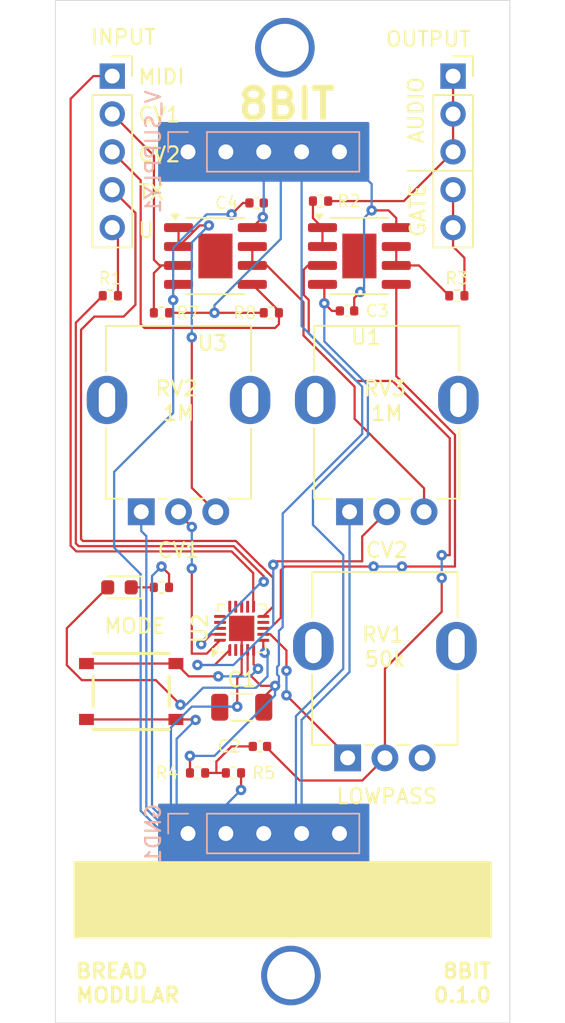
<source format=kicad_pcb>
(kicad_pcb (version 20240108) (generator "pcbnew") (generator_version "8.0")
  (layers (0 "F.Cu" signal) (31 "B.Cu" signal) (34 "B.Paste" user) (35 "F.Paste" user) (36 "B.SilkS" user "B.Silkscreen") (37 "F.SilkS" user "F.Silkscreen") (38 "B.Mask" user) (39 "F.Mask" user) (44 "Edge.Cuts" user))
  (net 0 "")
  (net 1 "GND")
  (net 2 "Net-(U1A-+)")
  (net 3 "V_MID")
  (net 4 "Net-(D1-K)")
  (net 5 "Net-(D1-A)")
  (net 6 "CV2")
  (net 7 "TX")
  (net 8 "MIDI")
  (net 9 "CV1")
  (net 10 "UDPI")
  (net 11 "GATE_OUT")
  (net 12 "V_SUPPLY")
  (net 13 "AUDIO_OUT")
  (net 14 "Net-(U2-~{RESET}{slash}PA0)")
  (net 15 "Net-(U1A--)")
  (net 16 "Net-(U1B--)")
  (net 18 "Net-(U2-PA6)")
  (net 19 "BUFF_CV1")
  (net 20 "Net-(U3A--)")
  (net 21 "Net-(U3B--)")
  (net 22 "BUFF_CV2")
  (net 23 "Net-(SW1-B)")
  (net 24 "Net-(U1B-+)")
  (footprint "Capacitor_SMD:C_1206_3216Metric" (layer "F.Cu") (at 59.485 88.05)
    (property "Reference" "C1" (at 0 -1.85 0) (layer "F.SilkS"))
    (property "Value" "100uf")
    (pad "1" smd roundrect (at -1.475 0) (size 1.15 1.8) (layers "F.Cu" "F.Paste" "F.Mask") (roundrect_rratio 0.217391) (net 1 "GND"))
    (pad "2" smd roundrect (at 1.475 0) (size 1.15 1.8) (layers "F.Cu" "F.Paste" "F.Mask") (roundrect_rratio 0.217391) (net 12 "V_SUPPLY"))
  )
  (footprint "BreadModular_Pots:Potentiometer_RV09" (layer "F.Cu") (at 69.342 67.948)
    (property "Reference" "RV3" (at -0.254 -1.27 180) (layer "F.SilkS"))
    (property "Value" "1M" (at -0.127 0.381 180) (layer "F.SilkS"))
    (pad "" thru_hole oval (at -4.927 -0.508 180) (size 2.72 3.24) (drill oval 1.1 2.3) (layers "*.Cu" "*.Mask"))
    (pad "" thru_hole oval (at 4.673 -0.508 180) (size 2.72 3.24) (drill oval 1.1 2.3) (layers "*.Cu" "*.Mask"))
    (pad "1" thru_hole rect (at -2.627 6.992 180) (size 1.8 1.8) (drill 1) (layers "*.Cu" "*.Mask") (net 1 "GND"))
    (pad "2" thru_hole circle (at -0.127 6.992 180) (size 1.8 1.8) (drill 1) (layers "*.Cu" "*.Mask") (net 22 "BUFF_CV2"))
    (pad "3" thru_hole circle (at 2.373 6.992 180) (size 1.8 1.8) (drill 1) (layers "*.Cu" "*.Mask") (net 21 "Net-(U3B--)"))
  )
  (footprint "Resistor_SMD:R_0402_1005Metric" (layer "F.Cu") (at 73.912 60.452)
    (property "Reference" "R3" (at 0 -1.17 0) (layer "F.SilkS") (effects (font (size 0.8 0.8) (thickness 0.1))))
    (property "Value" "1k")
    (pad "1" smd roundrect (at -0.51 0) (size 0.54 0.64) (layers "F.Cu" "F.Paste" "F.Mask") (net 16 "Net-(U1B--)"))
    (pad "2" smd roundrect (at 0.51 0) (size 0.54 0.64) (layers "F.Cu" "F.Paste" "F.Mask") (net 11 "GATE_OUT"))
  )
  (footprint "Resistor_SMD:R_0402_1005Metric" (layer "F.Cu") (at 50.671 60.452)
    (property "Reference" "R1" (at 0 -1.17 0) (layer "F.SilkS") (effects (font (size 0.8 0.8) (thickness 0.1))))
    (property "Value" "4.7k")
    (pad "1" smd roundrect (at -0.51 0) (size 0.54 0.64) (layers "F.Cu" "F.Paste" "F.Mask") (net 14 "Net-(U2-~{RESET}{slash}PA0)"))
    (pad "2" smd roundrect (at 0.51 0) (size 0.54 0.64) (layers "F.Cu" "F.Paste" "F.Mask") (net 10 "UDPI"))
  )
  (footprint "Capacitor_SMD:C_0402_1005Metric" (layer "F.Cu") (at 66.548 61.468 180)
    (property "Reference" "C3" (at -2.032 0 0) (layer "F.SilkS") (effects (font (size 0.8 0.8) (thickness 0.1))))
    (property "Value" "0.1uf")
    (pad "1" smd roundrect (at -0.48 0 180) (size 0.56 0.62) (layers "F.Cu" "F.Paste" "F.Mask") (net 12 "V_SUPPLY"))
    (pad "2" smd roundrect (at 0.48 0 180) (size 0.56 0.62) (layers "F.Cu" "F.Paste" "F.Mask") (net 1 "GND"))
  )
  (footprint "LED_SMD:LED_0603_1608Metric" (layer "F.Cu") (at 51.2825 80.01 180)
    (property "Reference" "D1")
    (property "Value" "LED")
    (pad "1" smd roundrect (at -0.7875 0 180) (size 0.875 0.95) (layers "F.Cu" "F.Paste" "F.Mask") (net 4 "Net-(D1-K)"))
    (pad "2" smd roundrect (at 0.7875 0 180) (size 0.875 0.95) (layers "F.Cu" "F.Paste" "F.Mask") (net 5 "Net-(D1-A)"))
  )
  (footprint "Capacitor_SMD:C_0402_1005Metric" (layer "F.Cu") (at 60.48 54.229 180)
    (property "Reference" "C4" (at 2.004 0 0) (layer "F.SilkS") (effects (font (size 0.8 0.8) (thickness 0.1))))
    (property "Value" "0.1uf")
    (pad "1" smd roundrect (at -0.48 0 180) (size 0.56 0.62) (layers "F.Cu" "F.Paste" "F.Mask") (net 12 "V_SUPPLY"))
    (pad "2" smd roundrect (at 0.48 0 180) (size 0.56 0.62) (layers "F.Cu" "F.Paste" "F.Mask") (net 1 "GND"))
  )
  (footprint "BreadModular_MISC:SPST_TS-1187A-B-A-B" (layer "F.Cu") (at 52.07 86.995 180)
    (property "Reference" "SW1")
    (property "Value" "MODE SELECT")
    (pad "1" smd rect (at -3 -1.875 180) (size 1 0.75) (layers "F.Cu" "F.Paste" "F.Mask") (net 1 "GND"))
    (pad "1" smd rect (at 3 -1.875 180) (size 1 0.75) (layers "F.Cu" "F.Paste" "F.Mask") (net 1 "GND"))
    (pad "2" smd rect (at -3 1.875 180) (size 1 0.75) (layers "F.Cu" "F.Paste" "F.Mask") (net 23 "Net-(SW1-B)"))
    (pad "2" smd rect (at 3 1.875 180) (size 1 0.75) (layers "F.Cu" "F.Paste" "F.Mask") (net 23 "Net-(SW1-B)"))
  )
  (footprint "BreadModular_Pots:Potentiometer_RV09" (layer "F.Cu") (at 55.372 67.948)
    (property "Reference" "RV2" (at -0.254 -1.27 180) (layer "F.SilkS"))
    (property "Value" "1M" (at -0.127 0.381 180) (layer "F.SilkS"))
    (pad "" thru_hole oval (at -4.927 -0.508 180) (size 2.72 3.24) (drill oval 1.1 2.3) (layers "*.Cu" "*.Mask"))
    (pad "" thru_hole oval (at 4.673 -0.508 180) (size 2.72 3.24) (drill oval 1.1 2.3) (layers "*.Cu" "*.Mask"))
    (pad "1" thru_hole rect (at -2.627 6.992 180) (size 1.8 1.8) (drill 1) (layers "*.Cu" "*.Mask") (net 1 "GND"))
    (pad "2" thru_hole circle (at -0.127 6.992 180) (size 1.8 1.8) (drill 1) (layers "*.Cu" "*.Mask") (net 19 "BUFF_CV1"))
    (pad "3" thru_hole circle (at 2.373 6.992 180) (size 1.8 1.8) (drill 1) (layers "*.Cu" "*.Mask") (net 20 "Net-(U3A--)"))
  )
  (footprint "Connector_PinSocket_2.54mm:PinSocket_1x05_P2.54mm_Vertical" (layer "F.Cu") (at 50.8 45.72)
    (property "Reference" "INPUT1")
    (property "Value" "Conn_01x05_Socket")
    (pad "1" thru_hole rect (at 0 0) (size 1.7 1.7) (drill 1) (layers "*.Cu" "*.Mask") (net 8 "MIDI"))
    (pad "2" thru_hole oval (at 0 2.54) (size 1.7 1.7) (drill 1) (layers "*.Cu" "*.Mask") (net 9 "CV1"))
    (pad "3" thru_hole oval (at 0 5.08) (size 1.7 1.7) (drill 1) (layers "*.Cu" "*.Mask") (net 6 "CV2"))
    (pad "4" thru_hole oval (at 0 7.62) (size 1.7 1.7) (drill 1) (layers "*.Cu" "*.Mask") (net 7 "TX"))
    (pad "5" thru_hole oval (at 0 10.16) (size 1.7 1.7) (drill 1) (layers "*.Cu" "*.Mask") (net 10 "UDPI"))
  )
  (footprint "Resistor_SMD:R_0402_1005Metric" (layer "F.Cu") (at 56.521 92.456)
    (property "Reference" "R4" (at -2.034 0 0) (layer "F.SilkS") (effects (font (size 0.8 0.8) (thickness 0.1))))
    (property "Value" "1k")
    (pad "1" smd roundrect (at -0.51 0) (size 0.54 0.64) (layers "F.Cu" "F.Paste" "F.Mask") (net 12 "V_SUPPLY"))
    (pad "2" smd roundrect (at 0.51 0) (size 0.54 0.64) (layers "F.Cu" "F.Paste" "F.Mask") (net 3 "V_MID"))
  )
  (footprint "Package_DFN_QFN:VQFN-20-1EP_3x3mm_P0.4mm_EP1.7x1.7mm" (layer "F.Cu") (at 59.48 82.76 90)
    (property "Reference" "U2" (at 0 -2.8 90) (layer "F.SilkS"))
    (property "Value" "ATtiny1616-M")
    (pad "1" smd custom (at -1.45 -0.8 90) (size 0.143431 0.143431) (layers "F.Cu" "F.Paste" "F.Mask") (net 22 "BUFF_CV2") (options (clearance outline) (anchor circle)) (primitives (gr_poly (pts (xy -0.35 -0.05) (xy 0.299289 -0.05) (xy 0.35 0.000711) (xy 0.35 0.05) (xy -0.35 0.05)) (width 0.1) (fill yes))))
    (pad "2" smd roundrect (at -1.45 -0.4 90) (size 0.8 0.2) (layers "F.Cu" "F.Paste" "F.Mask"))
    (pad "3" smd roundrect (at -1.45 0 90) (size 0.8 0.2) (layers "F.Cu" "F.Paste" "F.Mask") (net 1 "GND"))
    (pad "4" smd roundrect (at -1.45 0.4 90) (size 0.8 0.2) (layers "F.Cu" "F.Paste" "F.Mask") (net 12 "V_SUPPLY"))
    (pad "5" smd custom (at -1.45 0.8 90) (size 0.143431 0.143431) (layers "F.Cu" "F.Paste" "F.Mask") (net 23 "Net-(SW1-B)") (options (clearance outline) (anchor circle)) (primitives (gr_poly (pts (xy -0.35 -0.05) (xy 0.35 -0.05) (xy 0.35 -0.000711) (xy 0.299289 0.05) (xy -0.35 0.05)) (width 0.1) (fill yes))))
    (pad "6" smd custom (at -0.8 1.45 90) (size 0.143431 0.143431) (layers "F.Cu" "F.Paste" "F.Mask") (net 5 "Net-(D1-A)") (options (clearance outline) (anchor circle)) (primitives (gr_poly (pts (xy -0.05 -0.299289) (xy 0.000711 -0.35) (xy 0.05 -0.35) (xy 0.05 0.35) (xy -0.05 0.35)) (width 0.1) (fill yes))))
    (pad "7" smd roundrect (at -0.4 1.45 90) (size 0.2 0.8) (layers "F.Cu" "F.Paste" "F.Mask") (net 18 "Net-(U2-PA6)"))
    (pad "8" smd roundrect (at 0 1.45 90) (size 0.2 0.8) (layers "F.Cu" "F.Paste" "F.Mask") (net 24 "Net-(U1B-+)"))
    (pad "9" smd roundrect (at 0.4 1.45 90) (size 0.2 0.8) (layers "F.Cu" "F.Paste" "F.Mask"))
    (pad "10" smd custom (at 0.8 1.45 90) (size 0.143431 0.143431) (layers "F.Cu" "F.Paste" "F.Mask") (net 7 "TX") (options (clearance outline) (anchor circle)) (primitives (gr_poly (pts (xy -0.05 -0.35) (xy -0.000711 -0.35) (xy 0.05 -0.299289) (xy 0.05 0.35) (xy -0.05 0.35)) (width 0.1) (fill yes))))
    (pad "11" smd custom (at 1.45 0.8 90) (size 0.143431 0.143431) (layers "F.Cu" "F.Paste" "F.Mask") (net 8 "MIDI") (options (clearance outline) (anchor circle)) (primitives (gr_poly (pts (xy -0.35 -0.05) (xy 0.35 -0.05) (xy 0.35 0.05) (xy -0.299289 0.05) (xy -0.35 -0.000711)) (width 0.1) (fill yes))))
    (pad "12" smd roundrect (at 1.45 0.4 90) (size 0.8 0.2) (layers "F.Cu" "F.Paste" "F.Mask"))
    (pad "13" smd roundrect (at 1.45 0 90) (size 0.8 0.2) (layers "F.Cu" "F.Paste" "F.Mask"))
    (pad "14" smd roundrect (at 1.45 -0.4 90) (size 0.8 0.2) (layers "F.Cu" "F.Paste" "F.Mask"))
    (pad "15" smd custom (at 1.45 -0.8 90) (size 0.143431 0.143431) (layers "F.Cu" "F.Paste" "F.Mask") (options (clearance outline) (anchor circle)) (primitives (gr_poly (pts (xy -0.35 0.000711) (xy -0.299289 -0.05) (xy 0.35 -0.05) (xy 0.35 0.05) (xy -0.35 0.05)) (width 0.1) (fill yes))))
    (pad "16" smd custom (at 0.8 -1.45 90) (size 0.143431 0.143431) (layers "F.Cu" "F.Paste" "F.Mask") (options (clearance outline) (anchor circle)) (primitives (gr_poly (pts (xy -0.05 -0.35) (xy 0.05 -0.35) (xy 0.05 0.299289) (xy -0.000711 0.35) (xy -0.05 0.35)) (width 0.1) (fill yes))))
    (pad "17" smd roundrect (at 0.4 -1.45 90) (size 0.2 0.8) (layers "F.Cu" "F.Paste" "F.Mask"))
    (pad "18" smd roundrect (at 0 -1.45 90) (size 0.2 0.8) (layers "F.Cu" "F.Paste" "F.Mask"))
    (pad "19" smd roundrect (at -0.4 -1.45 90) (size 0.2 0.8) (layers "F.Cu" "F.Paste" "F.Mask") (net 14 "Net-(U2-~{RESET}{slash}PA0)"))
    (pad "20" smd custom (at -0.8 -1.45 90) (size 0.143431 0.143431) (layers "F.Cu" "F.Paste" "F.Mask") (net 19 "BUFF_CV1") (options (clearance outline) (anchor circle)) (primitives (gr_poly (pts (xy -0.05 -0.35) (xy 0.05 -0.35) (xy 0.05 0.35) (xy 0.000711 0.35) (xy -0.05 0.299289)) (width 0.1) (fill yes))))
    (pad "21" smd rect (at 0 0 90) (size 1.7 1.7) (property pad_prop_heatsink) (layers "F.Cu" "F.Mask") (net 1 "GND"))
  )
  (footprint "Resistor_SMD:R_0402_1005Metric" (layer "F.Cu") (at 54.1 80.01)
    (property "Reference" "R6")
    (property "Value" "330")
    (pad "1" smd roundrect (at -0.51 0) (size 0.54 0.64) (layers "F.Cu" "F.Paste" "F.Mask") (net 4 "Net-(D1-K)"))
    (pad "2" smd roundrect (at 0.51 0) (size 0.54 0.64) (layers "F.Cu" "F.Paste" "F.Mask") (net 1 "GND"))
  )
  (footprint "Resistor_SMD:R_0402_1005Metric" (layer "F.Cu") (at 64.77 54.102)
    (property "Reference" "R2" (at 1.905 0 0) (layer "F.SilkS") (effects (font (size 0.8 0.8) (thickness 0.1))))
    (property "Value" "1k")
    (pad "1" smd roundrect (at -0.51 0) (size 0.54 0.64) (layers "F.Cu" "F.Paste" "F.Mask") (net 15 "Net-(U1A--)"))
    (pad "2" smd roundrect (at 0.51 0) (size 0.54 0.64) (layers "F.Cu" "F.Paste" "F.Mask") (net 13 "AUDIO_OUT"))
  )
  (footprint "BreadModular_Pots:Potentiometer_RV09" (layer "F.Cu") (at 69.215 84.455)
    (property "Reference" "RV1" (at -0.254 -1.27 180) (layer "F.SilkS"))
    (property "Value" "50k" (at -0.127 0.381 180) (layer "F.SilkS"))
    (pad "" thru_hole oval (at -4.927 -0.508 180) (size 2.72 3.24) (drill oval 1.1 2.3) (layers "*.Cu" "*.Mask"))
    (pad "" thru_hole oval (at 4.673 -0.508 180) (size 2.72 3.24) (drill oval 1.1 2.3) (layers "*.Cu" "*.Mask"))
    (pad "1" thru_hole rect (at -2.627 6.992 180) (size 1.8 1.8) (drill 1) (layers "*.Cu" "*.Mask") (net 18 "Net-(U2-PA6)"))
    (pad "2" thru_hole circle (at -0.127 6.992 180) (size 1.8 1.8) (drill 1) (layers "*.Cu" "*.Mask") (net 2 "Net-(U1A-+)"))
    (pad "3" thru_hole circle (at 2.373 6.992 180) (size 1.8 1.8) (drill 1) (layers "*.Cu" "*.Mask"))
  )
  (footprint "Resistor_SMD:R_0402_1005Metric" (layer "F.Cu") (at 61.47 61.595)
    (property "Reference" "R8" (at -1.78 0 0) (layer "F.SilkS") (effects (font (size 0.8 0.8) (thickness 0.1))))
    (property "Value" "100k")
    (pad "1" smd roundrect (at -0.51 0) (size 0.54 0.64) (layers "F.Cu" "F.Paste" "F.Mask") (net 12 "V_SUPPLY"))
    (pad "2" smd roundrect (at 0.51 0) (size 0.54 0.64) (layers "F.Cu" "F.Paste" "F.Mask") (net 6 "CV2"))
  )
  (footprint "Package_SO:SOIC-8-1EP_3.9x4.9mm_P1.27mm_EP2.29x3mm" (layer "F.Cu") (at 67.375 57.785)
    (property "Reference" "U1" (at 0.443 5.461 0) (layer "F.SilkS"))
    (property "Value" "MCP6002-xSN")
    (pad "1" smd roundrect (at -2.475 -1.905) (size 1.95 0.6) (layers "F.Cu" "F.Paste" "F.Mask") (net 15 "Net-(U1A--)"))
    (pad "2" smd roundrect (at -2.475 -0.635) (size 1.95 0.6) (layers "F.Cu" "F.Paste" "F.Mask") (net 15 "Net-(U1A--)"))
    (pad "3" smd roundrect (at -2.475 0.635) (size 1.95 0.6) (layers "F.Cu" "F.Paste" "F.Mask") (net 2 "Net-(U1A-+)"))
    (pad "4" smd roundrect (at -2.475 1.905) (size 1.95 0.6) (layers "F.Cu" "F.Paste" "F.Mask") (net 1 "GND"))
    (pad "5" smd roundrect (at 2.475 1.905) (size 1.95 0.6) (layers "F.Cu" "F.Paste" "F.Mask") (net 24 "Net-(U1B-+)"))
    (pad "6" smd roundrect (at 2.475 0.635) (size 1.95 0.6) (layers "F.Cu" "F.Paste" "F.Mask") (net 16 "Net-(U1B--)"))
    (pad "7" smd roundrect (at 2.475 -0.635) (size 1.95 0.6) (layers "F.Cu" "F.Paste" "F.Mask") (net 16 "Net-(U1B--)"))
    (pad "8" smd roundrect (at 2.475 -1.905) (size 1.95 0.6) (layers "F.Cu" "F.Paste" "F.Mask") (net 12 "V_SUPPLY"))
    (pad "9" smd rect (at 0 0) (size 2.29 3) (property pad_prop_heatsink) (layers "F.Cu" "F.Mask"))
  )
  (footprint "Package_SO:SOIC-8-1EP_3.9x4.9mm_P1.27mm_EP2.29x3mm" (layer "F.Cu") (at 57.72 57.785)
    (property "Reference" "U3" (at -0.189 5.842 0) (layer "F.SilkS"))
    (property "Value" "MCP6002-xSN")
    (pad "1" smd roundrect (at -2.475 -1.905) (size 1.95 0.6) (layers "F.Cu" "F.Paste" "F.Mask") (net 20 "Net-(U3A--)"))
    (pad "2" smd roundrect (at -2.475 -0.635) (size 1.95 0.6) (layers "F.Cu" "F.Paste" "F.Mask") (net 20 "Net-(U3A--)"))
    (pad "3" smd roundrect (at -2.475 0.635) (size 1.95 0.6) (layers "F.Cu" "F.Paste" "F.Mask") (net 9 "CV1"))
    (pad "4" smd roundrect (at -2.475 1.905) (size 1.95 0.6) (layers "F.Cu" "F.Paste" "F.Mask") (net 1 "GND"))
    (pad "5" smd roundrect (at 2.475 1.905) (size 1.95 0.6) (layers "F.Cu" "F.Paste" "F.Mask") (net 6 "CV2"))
    (pad "6" smd roundrect (at 2.475 0.635) (size 1.95 0.6) (layers "F.Cu" "F.Paste" "F.Mask") (net 21 "Net-(U3B--)"))
    (pad "7" smd roundrect (at 2.475 -0.635) (size 1.95 0.6) (layers "F.Cu" "F.Paste" "F.Mask") (net 21 "Net-(U3B--)"))
    (pad "8" smd roundrect (at 2.475 -1.905) (size 1.95 0.6) (layers "F.Cu" "F.Paste" "F.Mask") (net 12 "V_SUPPLY"))
    (pad "9" smd rect (at 0 0) (size 2.29 3) (property pad_prop_heatsink) (layers "F.Cu" "F.Mask"))
  )
  (footprint "Resistor_SMD:R_0402_1005Metric" (layer "F.Cu") (at 54.1 61.595 180)
    (property "Reference" "R7" (at -1.78 0 0) (layer "F.SilkS") (effects (font (size 0.8 0.8) (thickness 0.1))))
    (property "Value" "100k")
    (pad "1" smd roundrect (at -0.51 0 180) (size 0.54 0.64) (layers "F.Cu" "F.Paste" "F.Mask") (net 12 "V_SUPPLY"))
    (pad "2" smd roundrect (at 0.51 0 180) (size 0.54 0.64) (layers "F.Cu" "F.Paste" "F.Mask") (net 9 "CV1"))
  )
  (footprint "Capacitor_SMD:C_0402_1005Metric" (layer "F.Cu") (at 60.706 90.678)
    (property "Reference" "C2" (at -2.06 0 0) (layer "F.SilkS") (effects (font (size 0.8 0.8) (thickness 0.1))))
    (property "Value" "100nf")
    (pad "1" smd roundrect (at -0.48 0) (size 0.56 0.62) (layers "F.Cu" "F.Paste" "F.Mask") (net 3 "V_MID"))
    (pad "2" smd roundrect (at 0.48 0) (size 0.56 0.62) (layers "F.Cu" "F.Paste" "F.Mask") (net 2 "Net-(U1A-+)"))
  )
  (footprint "Connector_PinSocket_2.54mm:PinSocket_1x05_P2.54mm_Vertical" (layer "F.Cu") (at 73.66 45.72)
    (property "Reference" "OUTPUT1")
    (property "Value" "Conn_01x05_Socket")
    (pad "1" thru_hole rect (at 0 0) (size 1.7 1.7) (drill 1) (layers "*.Cu" "*.Mask") (net 13 "AUDIO_OUT"))
    (pad "2" thru_hole oval (at 0 2.54) (size 1.7 1.7) (drill 1) (layers "*.Cu" "*.Mask") (net 13 "AUDIO_OUT"))
    (pad "3" thru_hole oval (at 0 5.08) (size 1.7 1.7) (drill 1) (layers "*.Cu" "*.Mask") (net 13 "AUDIO_OUT"))
    (pad "4" thru_hole oval (at 0 7.62) (size 1.7 1.7) (drill 1) (layers "*.Cu" "*.Mask") (net 11 "GATE_OUT"))
    (pad "5" thru_hole oval (at 0 10.16) (size 1.7 1.7) (drill 1) (layers "*.Cu" "*.Mask") (net 11 "GATE_OUT"))
  )
  (footprint "Resistor_SMD:R_0402_1005Metric" (layer "F.Cu") (at 58.93 92.456)
    (property "Reference" "R5" (at 2.034 0 0) (layer "F.SilkS") (effects (font (size 0.8 0.8) (thickness 0.1))))
    (property "Value" "1k")
    (pad "1" smd roundrect (at -0.51 0) (size 0.54 0.64) (layers "F.Cu" "F.Paste" "F.Mask") (net 3 "V_MID"))
    (pad "2" smd roundrect (at 0.51 0) (size 0.54 0.64) (layers "F.Cu" "F.Paste" "F.Mask") (net 1 "GND"))
  )
  (footprint "BreadModular_MISC:Power_Connector" (layer "B.Cu") (at 55.88 50.8 -90)
    (property "Reference" "V_SUPPLY1" (at 0 2.33 90) (layer "B.SilkS") (effects (justify mirror)))
    (property "Value" "Conn_01x05_Pin")
    (pad "1" thru_hole rect (at 0 0 270) (size 2 2) (drill 1) (layers "*.Cu" "*.Mask") (net 12 "V_SUPPLY"))
    (pad "2" thru_hole oval (at 0 -2.54 270) (size 2 2) (drill 1) (layers "*.Cu" "*.Mask") (net 12 "V_SUPPLY"))
    (pad "3" thru_hole oval (at 0 -5.08 270) (size 2 2) (drill 1) (layers "*.Cu" "*.Mask") (net 12 "V_SUPPLY"))
    (pad "4" thru_hole oval (at 0 -7.62 270) (size 2 2) (drill 1) (layers "*.Cu" "*.Mask") (net 12 "V_SUPPLY"))
    (pad "5" thru_hole oval (at 0 -10.16 270) (size 2 2) (drill 1) (layers "*.Cu" "*.Mask") (net 12 "V_SUPPLY"))
  )
  (footprint "BreadModular_MISC:Power_Connector" (layer "B.Cu") (at 55.88 96.52 -90)
    (property "Reference" "GND1" (at 0 2.33 90) (layer "B.SilkS") (effects (justify mirror)))
    (property "Value" "Conn_01x05_Pin")
    (pad "1" thru_hole rect (at 0 0 270) (size 2 2) (drill 1) (layers "*.Cu" "*.Mask") (net 1 "GND"))
    (pad "2" thru_hole oval (at 0 -2.54 270) (size 2 2) (drill 1) (layers "*.Cu" "*.Mask") (net 1 "GND"))
    (pad "3" thru_hole oval (at 0 -5.08 270) (size 2 2) (drill 1) (layers "*.Cu" "*.Mask") (net 1 "GND"))
    (pad "4" thru_hole oval (at 0 -7.62 270) (size 2 2) (drill 1) (layers "*.Cu" "*.Mask") (net 1 "GND"))
    (pad "5" thru_hole oval (at 0 -10.16 270) (size 2 2) (drill 1) (layers "*.Cu" "*.Mask") (net 1 "GND"))
  )
  (gr_poly (pts (xy 53.975 48.895) (xy 67.945 48.895) (xy 67.945 52.705) (xy 53.975 52.705)) (stroke (width 0.2)) (fill solid) (layer "B.Cu") (net 12))
  (gr_poly (pts (xy 53.975 94.615) (xy 67.945 94.615) (xy 67.945 98.425) (xy 53.975 98.425)) (stroke (width 0.2)) (fill solid) (layer "B.Cu") (net 1))
  (gr_line (start 74.295 52.07) (end 75.057 52.07) (stroke (width 0.1)) (layer "F.SilkS"))
  (gr_line (start 70.612 52.07) (end 74.295 52.07) (stroke (width 0.1)) (layer "F.SilkS"))
  (gr_poly (pts (xy 48.26 98.425) (xy 76.2 98.425) (xy 76.2 103.505) (xy 48.26 103.505)) (stroke (width 0.1)) (fill solid) (layer "F.SilkS"))
  (gr_line (start 46.99 109.22) (end 77.47 109.22) (stroke (width 0.05)) (layer "Edge.Cuts"))
  (gr_line (start 77.47 40.64) (end 46.99 40.64) (stroke (width 0.05)) (layer "Edge.Cuts"))
  (gr_line (start 46.99 40.64) (end 46.99 109.22) (stroke (width 0.05)) (layer "Edge.Cuts"))
  (gr_line (start 77.47 109.22) (end 77.47 40.64) (stroke (width 0.05)) (layer "Edge.Cuts"))
  (gr_text "AUDIO" (at 71.755 48.006 90) (layer "F.SilkS") (effects (font (size 1 1)) (justify bottom)))
  (gr_text "U" (at 52.451 56.642 0) (layer "F.SilkS") (effects (font (size 1 1)) (justify left bottom)))
  (gr_text "GATE" (at 71.882 54.737 90) (layer "F.SilkS") (effects (font (size 1 1)) (justify bottom)))
  (gr_text "TX" (at 52.451 54.102 0) (layer "F.SilkS") (effects (font (size 1 1)) (justify left bottom)))
  (gr_text "CV1" (at 52.451 48.895 0) (layer "F.SilkS") (effects (font (size 1 1)) (justify left bottom)))
  (gr_text "MODE" (at 50.165 83.185 0) (layer "F.SilkS") (effects (font (size 1 1)) (justify left bottom)))
  (gr_text "INPUT" (at 49.276 43.688 0) (layer "F.SilkS") (effects (font (size 1 1)) (justify left bottom)))
  (gr_text "CV2" (at 69.215 78.105 0) (layer "F.SilkS") (effects (font (size 1 1)) (justify bottom)))
  (gr_text "8BIT\n0.1.0" (at 76.327 107.95 0) (layer "F.SilkS") (effects (font (size 1 1) (thickness 0.2) (bold yes)) (justify right bottom)))
  (gr_text "8BIT" (at 59.055 48.768 0) (layer "F.SilkS") (effects (font (size 2 2) (thickness 0.4) (bold yes)) (justify left bottom)))
  (gr_text "MIDI" (at 52.451 46.355 0) (layer "F.SilkS") (effects (font (size 1 1)) (justify left bottom)))
  (gr_text "LOWPASS" (at 69.215 94.615 0) (layer "F.SilkS") (effects (font (size 1 1)) (justify bottom)))
  (gr_text "OUTPUT" (at 74.93 43.815 0) (layer "F.SilkS") (effects (font (size 1 1)) (justify right bottom)))
  (gr_text "CV1" (at 55.245 78.105 0) (layer "F.SilkS") (effects (font (size 1 1)) (justify bottom)))
  (gr_text "BREAD\nMODULAR" (at 48.26 107.95 0) (layer "F.SilkS") (effects (font (size 1 1) (thickness 0.2) (bold yes)) (justify left bottom)))
  (gr_text "CV2" (at 52.451 51.562 0) (layer "F.SilkS") (effects (font (size 1 1)) (justify left bottom)))
  (via (at 62.784908 106.045) (size 4) (drill 3.2) (layers "F.Cu" "B.Cu") (net 0))
  (via (at 62.37758 43.815) (size 4) (drill 3.2) (layers "F.Cu" "B.Cu") (net 0))
  (segment (start 55.88 96.52) (end 66.04 96.52) (width 0.5) (layer "F.Cu") (net 1))
  (segment (start 54.102 78.613) (end 54.61 79.121) (width 0.15) (layer "F.Cu") (net 1))
  (segment (start 65.024 59.814) (end 64.9 59.69) (width 0.15) (layer "F.Cu") (net 1))
  (segment (start 66.068 61.468) (end 65.532 61.468) (width 0.15) (layer "F.Cu") (net 1))
  (segment (start 65.532 61.468) (end 65.024 60.96) (width 0.15) (layer "F.Cu") (net 1))
  (segment (start 55.07 88.87) (end 56.358 88.87) (width 0.15) (layer "F.Cu") (net 1))
  (segment (start 60 54.229) (end 59.563 54.229) (width 0.15) (layer "F.Cu") (net 1))
  (segment (start 59.44 93.595) (end 59.436 93.599) (width 0.15) (layer "F.Cu") (net 1))
  (segment (start 49.07 88.87) (end 55.07 88.87) (width 0.15) (layer "F.Cu") (net 1))
  (segment (start 56.358 88.87) (end 56.388 88.9) (width 0.15) (layer "F.Cu") (net 1))
  (segment (start 59.182 88.011) (end 58.049 88.011) (width 0.15) (layer "F.Cu") (net 1))
  (segment (start 59.48 85.808) (end 59.48 84.21) (width 0.15) (layer "F.Cu") (net 1))
  (segment (start 54.8863 60.739686) (end 54.8863 60.0487) (width 0.15) (layer "F.Cu") (net 1))
  (segment (start 59.44 92.456) (end 59.44 93.595) (width 0.15) (layer "F.Cu") (net 1))
  (segment (start 65.024 60.96) (end 65.024 59.814) (width 0.15) (layer "F.Cu") (net 1))
  (segment (start 59.48 82.76) (end 59.48 84.21) (width 0.15) (layer "F.Cu") (net 1))
  (segment (start 59.182 86.106) (end 59.48 85.808) (width 0.15) (layer "F.Cu") (net 1))
  (segment (start 54.8863 60.0487) (end 55.245 59.69) (width 0.15) (layer "F.Cu") (net 1))
  (segment (start 58.049 88.011) (end 58.01 88.05) (width 0.15) (layer "F.Cu") (net 1))
  (segment (start 54.61 79.121) (end 54.61 80.01) (width 0.15) (layer "F.Cu") (net 1))
  (segment (start 59.182 88.011) (end 59.182 86.106) (width 0.15) (layer "F.Cu") (net 1))
  (segment (start 59.563 54.229) (end 58.801 54.991) (width 0.15) (layer "F.Cu") (net 1))
  (via (at 54.8863 60.739686) (size 0.7) (drill 0.3) (layers "F.Cu" "B.Cu") (net 1))
  (via (at 56.388 88.9) (size 0.7) (drill 0.3) (layers "F.Cu" "B.Cu") (net 1))
  (via (at 59.436 93.599) (size 0.7) (drill 0.3) (layers "F.Cu" "B.Cu") (net 1))
  (via (at 54.102 78.613) (size 0.7) (drill 0.3) (layers "F.Cu" "B.Cu") (net 1))
  (via (at 59.182 88.011) (size 0.7) (drill 0.3) (layers "F.Cu" "B.Cu") (net 1))
  (via (at 58.801 54.991) (size 0.7) (drill 0.3) (layers "F.Cu" "B.Cu") (net 1))
  (via (at 65.024 60.96) (size 0.7) (drill 0.3) (layers "F.Cu" "B.Cu") (net 1))
  (segment (start 52.705 94.996) (end 53.213 95.504) (width 0.15) (layer "B.Cu") (net 1))
  (segment (start 67.945 69.85) (end 64.262 73.533) (width 0.15) (layer "B.Cu") (net 1))
  (segment (start 59.436 93.599) (end 58.42 94.615) (width 0.15) (layer "B.Cu") (net 1))
  (segment (start 65.024 63.513026) (end 67.945 66.434026) (width 0.15) (layer "B.Cu") (net 1))
  (segment (start 67.945 66.434026) (end 67.945 69.85) (width 0.15) (layer "B.Cu") (net 1))
  (segment (start 50.927 72.263) (end 50.927 77.343) (width 0.15) (layer "B.Cu") (net 1))
  (segment (start 51.181 77.597) (end 52.705 79.121) (width 0.15) (layer "B.Cu") (net 1))
  (segment (start 54.8863 68.3037) (end 50.927 72.263) (width 0.15) (layer "B.Cu") (net 1))
  (segment (start 54.483 96.774) (end 54.737 96.52) (width 0.15) (layer "B.Cu") (net 1))
  (segment (start 54.102 78.613) (end 53.467 79.248) (width 0.15) (layer "B.Cu") (net 1))
  (segment (start 55.88 95.758) (end 55.88 96.52) (width 0.15) (layer "B.Cu") (net 1))
  (segment (start 64.262 75.819) (end 66.294 77.851) (width 0.15) (layer "B.Cu") (net 1))
  (segment (start 53.213 95.504) (end 54.483 96.774) (width 0.15) (layer "B.Cu") (net 1))
  (segment (start 55.245 96.52) (end 55.88 96.52) (width 0.15) (layer "B.Cu") (net 1))
  (segment (start 56.388 88.9) (end 55.118 90.17) (width 0.15) (layer "B.Cu") (net 1))
  (segment (start 54.737 89.408) (end 54.737 95.377) (width 0.15) (layer "B.Cu") (net 1))
  (segment (start 50.927 77.343) (end 51.181 77.597) (width 0.15) (layer "B.Cu") (net 1))
  (segment (start 52.745 76.234884) (end 53.086 76.575884) (width 0.15) (layer "B.Cu") (net 1))
  (segment (start 53.467 79.248) (end 53.467 94.742) (width 0.15) (layer "B.Cu") (net 1))
  (segment (start 56.134 88.011) (end 54.737 89.408) (width 0.15) (layer "B.Cu") (net 1))
  (segment (start 53.086 94.869) (end 54.737 96.52) (width 0.15) (layer "B.Cu") (net 1))
  (segment (start 54.737 95.377) (end 55.88 96.52) (width 0.15) (layer "B.Cu") (net 1))
  (segment (start 55.118 90.17) (end 55.118 94.996) (width 0.15) (layer "B.Cu") (net 1))
  (segment (start 63.5 88.9) (end 63.5 96.52) (width 0.15) (layer "B.Cu") (net 1))
  (segment (start 54.737 96.52) (end 55.88 96.52) (width 0.15) (layer "B.Cu") (net 1))
  (segment (start 58.801 54.991) (end 57.137114 54.991) (width 0.15) (layer "B.Cu") (net 1))
  (segment (start 52.705 84.836) (end 52.705 94.996) (width 0.15) (layer "B.Cu") (net 1))
  (segment (start 58.42 94.615) (end 58.42 96.52) (width 0.15) (layer "B.Cu") (net 1))
  (segment (start 57.137114 54.991) (end 54.8863 57.241814) (width 0.15) (layer "B.Cu") (net 1))
  (segment (start 66.715 74.94) (end 66.715 85.685) (width 0.15) (layer "B.Cu") (net 1))
  (segment (start 52.705 79.121) (end 52.705 84.836) (width 0.15) (layer "B.Cu") (net 1))
  (segment (start 54.8863 57.241814) (end 54.8863 60.739686) (width 0.15) (layer "B.Cu") (net 1))
  (segment (start 53.467 94.742) (end 55.245 96.52) (width 0.15) (layer "B.Cu") (net 1))
  (segment (start 55.118 94.996) (end 55.88 95.758) (width 0.15) (layer "B.Cu") (net 1))
  (segment (start 64.262 73.533) (end 64.262 75.819) (width 0.15) (layer "B.Cu") (net 1))
  (segment (start 53.086 76.575884) (end 53.086 94.869) (width 0.15) (layer "B.Cu") (net 1))
  (segment (start 63.119 96.139) (end 63.5 96.52) (width 0.15) (layer "B.Cu") (net 1))
  (segment (start 52.745 74.94) (end 52.745 76.234884) (width 0.15) (layer "B.Cu") (net 1))
  (segment (start 65.024 60.96) (end 65.024 63.513026) (width 0.15) (layer "B.Cu") (net 1))
  (segment (start 59.182 88.011) (end 56.134 88.011) (width 0.15) (layer "B.Cu") (net 1))
  (segment (start 66.715 85.685) (end 63.5 88.9) (width 0.15) (layer "B.Cu") (net 1))
  (segment (start 63.119 88.646) (end 63.119 96.139) (width 0.15) (layer "B.Cu") (net 1))
  (segment (start 54.8863 60.739686) (end 54.8863 68.3037) (width 0.15) (layer "B.Cu") (net 1))
  (segment (start 66.294 77.851) (end 66.294 85.471) (width 0.15) (layer "B.Cu") (net 1))
  (segment (start 66.294 85.471) (end 63.119 88.646) (width 0.15) (layer "B.Cu") (net 1))
  (segment (start 69.596 66.167) (end 73.437 70.008) (width 0.15) (layer "F.Cu") (net 2))
  (segment (start 63.977 62.974026) (end 67.169974 66.167) (width 0.15) (layer "F.Cu") (net 2))
  (segment (start 73.437 70.008) (end 73.437 77.851) (width 0.15) (layer "F.Cu") (net 2))
  (segment (start 63.373 92.964) (end 67.571 92.964) (width 0.15) (layer "F.Cu") (net 2))
  (segment (start 61.186 90.678) (end 61.186 90.777) (width 0.15) (layer "F.Cu") (net 2))
  (segment (start 64.9 58.42) (end 63.925001 58.42) (width 0.15) (layer "F.Cu") (net 2))
  (segment (start 72.898 81.647974) (end 69.088 85.457974) (width 0.15) (layer "F.Cu") (net 2))
  (segment (start 72.898 79.375) (end 72.898 81.647974) (width 0.15) (layer "F.Cu") (net 2))
  (segment (start 67.571 92.964) (end 69.088 91.447) (width 0.15) (layer "F.Cu") (net 2))
  (segment (start 63.925001 58.42) (end 63.65 58.695001) (width 0.15) (layer "F.Cu") (net 2))
  (segment (start 63.65 60.405027) (end 63.977 60.732027) (width 0.15) (layer "F.Cu") (net 2))
  (segment (start 61.186 90.777) (end 63.373 92.964) (width 0.15) (layer "F.Cu") (net 2))
  (segment (start 63.65 58.695001) (end 63.65 60.405027) (width 0.15) (layer "F.Cu") (net 2))
  (segment (start 67.169974 66.167) (end 69.596 66.167) (width 0.15) (layer "F.Cu") (net 2))
  (segment (start 63.977 60.732027) (end 63.977 62.974026) (width 0.15) (layer "F.Cu") (net 2))
  (segment (start 69.088 85.457974) (end 69.088 91.447) (width 0.15) (layer "F.Cu") (net 2))
  (segment (start 73.437 77.851) (end 72.898 77.851) (width 0.15) (layer "F.Cu") (net 2))
  (via (at 72.898 77.851) (size 0.7) (drill 0.3) (layers "F.Cu" "B.Cu") (net 2))
  (via (at 72.898 79.375) (size 0.7) (drill 0.3) (layers "F.Cu" "B.Cu") (net 2))
  (segment (start 72.898 77.851) (end 72.898 79.375) (width 0.15) (layer "B.Cu") (net 2))
  (segment (start 57.785 92.456) (end 57.785 91.694) (width 0.15) (layer "F.Cu") (net 3))
  (segment (start 58.801 90.678) (end 60.226 90.678) (width 0.15) (layer "F.Cu") (net 3))
  (segment (start 57.785 91.694) (end 58.801 90.678) (width 0.15) (layer "F.Cu") (net 3))
  (segment (start 57.785 92.456) (end 57.031 92.456) (width 0.15) (layer "F.Cu") (net 3))
  (segment (start 58.42 92.456) (end 57.785 92.456) (width 0.15) (layer "F.Cu") (net 3))
  (segment (start 53.59 80.01) (end 52.07 80.01) (width 0.15) (layer "F.Cu") (net 4))
  (segment (start 47.752 85.227) (end 47.752 82.753) (width 0.15) (layer "F.Cu") (net 5))
  (segment (start 61.0235 84.3915) (end 60.93 84.298) (width 0.15) (layer "F.Cu") (net 5))
  (segment (start 60.93 84.298) (end 60.93 83.56) (width 0.15) (layer "F.Cu") (net 5))
  (segment (start 47.752 82.753) (end 50.495 80.01) (width 0.15) (layer "F.Cu") (net 5))
  (segment (start 53.721 86.233) (end 48.758 86.233) (width 0.15) (layer "F.Cu") (net 5))
  (segment (start 48.758 86.233) (end 47.752 85.227) (width 0.15) (layer "F.Cu") (net 5))
  (segment (start 55.372 87.884) (end 53.721 86.233) (width 0.15) (layer "F.Cu") (net 5))
  (via (at 61.0235 84.3915) (size 0.7) (drill 0.3) (layers "F.Cu" "B.Cu") (net 5))
  (via (at 55.372 87.884) (size 0.7) (drill 0.3) (layers "F.Cu" "B.Cu") (net 5))
  (segment (start 56.896 86.741) (end 55.753 87.884) (width 0.15) (layer "B.Cu") (net 5))
  (segment (start 61.214 85.979) (end 60.452 86.741) (width 0.15) (layer "B.Cu") (net 5))
  (segment (start 61.214 85.979) (end 61.214 84.582) (width 0.15) (layer "B.Cu") (net 5))
  (segment (start 60.452 86.741) (end 56.896 86.741) (width 0.15) (layer "B.Cu") (net 5))
  (segment (start 61.214 84.582) (end 61.0235 84.3915) (width 0.15) (layer "B.Cu") (net 5))
  (segment (start 55.753 87.884) (end 55.372 87.884) (width 0.15) (layer "B.Cu") (net 5))
  (segment (start 61.722 62.611) (end 61.98 62.353) (width 0.15) (layer "F.Cu") (net 6))
  (segment (start 52.959 62.611) (end 61.722 62.611) (width 0.15) (layer "F.Cu") (net 6))
  (segment (start 52.705 62.357) (end 52.959 62.611) (width 0.15) (layer "F.Cu") (net 6))
  (segment (start 61.98 62.353) (end 61.98 61.595) (width 0.15) (layer "F.Cu") (net 6))
  (segment (start 61.98 61.475) (end 61.98 61.595) (width 0.15) (layer "F.Cu") (net 6))
  (segment (start 52.705 52.705) (end 52.705 62.357) (width 0.15) (layer "F.Cu") (net 6))
  (segment (start 50.8 50.8) (end 52.705 52.705) (width 0.15) (layer "F.Cu") (net 6))
  (segment (start 60.195 59.69) (end 61.98 61.475) (width 0.15) (layer "F.Cu") (net 6))
  (segment (start 61.585 79.365) (end 60.782526 78.562526) (width 0.15) (layer "F.Cu") (net 7))
  (segment (start 48.83 76.897) (end 48.706 76.773) (width 0.15) (layer "F.Cu") (net 7))
  (segment (start 49.595 61.849) (end 51.562 61.849) (width 0.15) (layer "F.Cu") (net 7))
  (segment (start 52.355 54.895) (end 50.8 53.34) (width 0.15) (layer "F.Cu") (net 7))
  (segment (start 60.93 81.96) (end 61.585 81.305) (width 0.15) (layer "F.Cu") (net 7))
  (segment (start 48.706 62.738) (end 49.595 61.849) (width 0.15) (layer "F.Cu") (net 7))
  (segment (start 61.585 81.305) (end 61.585 79.365) (width 0.15) (layer "F.Cu") (net 7))
  (segment (start 59.842988 77.649039) (end 59.295975 77.102025) (width 0.15) (layer "F.Cu") (net 7))
  (segment (start 48.706 76.773) (end 48.706 62.738) (width 0.15) (layer "F.Cu") (net 7))
  (segment (start 59.09095 76.897) (end 48.83 76.897) (width 0.15) (layer "F.Cu") (net 7))
  (segment (start 59.295975 77.102025) (end 59.09095 76.897) (width 0.15) (layer "F.Cu") (net 7))
  (segment (start 52.355 61.056) (end 52.355 54.895) (width 0.15) (layer "F.Cu") (net 7))
  (segment (start 60.782526 78.562526) (end 60.756474 78.562526) (width 0.15) (layer "F.Cu") (net 7))
  (segment (start 51.562 61.849) (end 52.355 61.056) (width 0.15) (layer "F.Cu") (net 7))
  (segment (start 60.756474 78.562526) (end 59.842988 77.649039) (width 0.15) (layer "F.Cu") (net 7))
  (segment (start 60.255 81.31) (end 60.28 81.31) (width 0.15) (layer "F.Cu") (net 8))
  (segment (start 48.006 47.244) (end 48.006 77.216) (width 0.15) (layer "F.Cu") (net 8))
  (segment (start 58.801 77.597) (end 60.255 79.051) (width 0.15) (layer "F.Cu") (net 8))
  (segment (start 48.387 77.597) (end 58.801 77.597) (width 0.15) (layer "F.Cu") (net 8))
  (segment (start 49.53 45.72) (end 48.006 47.244) (width 0.15) (layer "F.Cu") (net 8))
  (segment (start 60.255 79.051) (end 60.255 81.31) (width 0.15) (layer "F.Cu") (net 8))
  (segment (start 50.8 45.72) (end 49.53 45.72) (width 0.15) (layer "F.Cu") (net 8))
  (segment (start 48.006 77.216) (end 48.387 77.597) (width 0.15) (layer "F.Cu") (net 8))
  (segment (start 53.975 58.42) (end 55.245 58.42) (width 0.15) (layer "F.Cu") (net 9))
  (segment (start 53.59 58.932) (end 54.102 58.42) (width 0.15) (layer "F.Cu") (net 9))
  (segment (start 54.102 58.42) (end 55.245 58.42) (width 0.15) (layer "F.Cu") (net 9))
  (segment (start 53.594 51.054) (end 53.594 58.039) (width 0.15) (layer "F.Cu") (net 9))
  (segment (start 53.594 58.039) (end 53.975 58.42) (width 0.15) (layer "F.Cu") (net 9))
  (segment (start 50.8 48.26) (end 53.594 51.054) (width 0.15) (layer "F.Cu") (net 9))
  (segment (start 53.59 61.595) (end 53.59 58.932) (width 0.15) (layer "F.Cu") (net 9))
  (segment (start 51.181 60.452) (end 51.181 56.261) (width 0.15) (layer "F.Cu") (net 10))
  (segment (start 51.181 56.261) (end 50.8 55.88) (width 0.15) (layer "F.Cu") (net 10))
  (segment (start 73.66 57.15) (end 73.66 55.88) (width 0.15) (layer "F.Cu") (net 11))
  (segment (start 74.422 57.912) (end 73.66 57.15) (width 0.15) (layer "F.Cu") (net 11))
  (segment (start 74.422 60.452) (end 74.422 57.912) (width 0.15) (layer "F.Cu") (net 11))
  (segment (start 73.66 53.34) (end 73.66 55.88) (width 0.15) (layer "F.Cu") (net 11))
  (segment (start 56.011 91.317) (end 56.007 91.313) (width 0.15) (layer "F.Cu") (net 12))
  (segment (start 56.011 92.456) (end 56.011 91.317) (width 0.15) (layer "F.Cu") (net 12))
  (segment (start 60.96 54.229) (end 60.96 55.115) (width 0.15) (layer "F.Cu") (net 12))
  (segment (start 54.61 61.595) (end 57.658 61.595) (width 0.15) (layer "F.Cu") (net 12))
  (segment (start 69.332 54.727) (end 69.85 55.245) (width 0.15) (layer "F.Cu") (net 12))
  (segment (start 60.7695 86.614) (end 59.88 85.7245) (width 0.15) (layer "F.Cu") (net 12))
  (segment (start 60.96 87.376) (end 60.96 88.05) (width 0.15) (layer "F.Cu") (net 12))
  (segment (start 67.028 60.607) (end 67.437 60.198) (width 0.15) (layer "F.Cu") (net 12))
  (segment (start 61.722 86.614) (end 60.7695 86.614) (width 0.15) (layer "F.Cu") (net 12))
  (segment (start 61.722 86.614) (end 60.96 87.376) (width 0.15) (layer "F.Cu") (net 12))
  (segment (start 59.88 85.7245) (end 59.88 84.21) (width 0.15) (layer "F.Cu") (net 12))
  (segment (start 60.96 55.115) (end 60.895 55.18) (width 0.15) (layer "F.Cu") (net 12))
  (segment (start 60.895 55.18) (end 60.195 55.88) (width 0.15) (layer "F.Cu") (net 12))
  (segment (start 55.88 50.8) (end 66.04 50.8) (width 0.5) (layer "F.Cu") (net 12))
  (segment (start 69.85 55.245) (end 69.85 55.88) (width 0.15) (layer "F.Cu") (net 12))
  (segment (start 67.028 61.468) (end 67.028 60.607) (width 0.15) (layer "F.Cu") (net 12))
  (segment (start 60.96 61.595) (end 57.658 61.595) (width 0.15) (layer "F.Cu") (net 12))
  (segment (start 68.199 54.727) (end 69.332 54.727) (width 0.15) (layer "F.Cu") (net 12))
  (via (at 60.895 55.18) (size 0.7) (drill 0.3) (layers "F.Cu" "B.Cu") (net 12))
  (via (at 56.007 91.313) (size 0.7) (drill 0.3) (layers "F.Cu" "B.Cu") (net 12))
  (via (at 68.199 54.727) (size 0.7) (drill 0.3) (layers "F.Cu" "B.Cu") (net 12))
  (via (at 57.658 61.595) (size 0.7) (drill 0.3) (layers "F.Cu" "B.Cu") (net 12))
  (via (at 61.722 86.614) (size 0.7) (drill 0.3) (layers "F.Cu" "B.Cu") (net 12))
  (via (at 67.437 60.198) (size 0.7) (drill 0.3) (layers "F.Cu" "B.Cu") (net 12))
  (segment (start 61.976 86.36) (end 61.976 85.973884) (width 0.15) (layer "B.Cu") (net 12))
  (segment (start 61.722 87.249) (end 57.658 91.313) (width 0.15) (layer "B.Cu") (net 12))
  (segment (start 67.564 66.548) (end 63.5 62.484) (width 0.15) (layer "B.Cu") (net 12))
  (segment (start 61.722 86.614) (end 61.722 87.249) (width 0.15) (layer "B.Cu") (net 12))
  (segment (start 62.23 82.677) (end 62.23 75.057) (width 0.15) (layer "B.Cu") (net 12))
  (segment (start 57.658 61.087) (end 62.103 56.642) (width 0.15) (layer "B.Cu") (net 12))
  (segment (start 63.5 62.484) (end 63.5 50.8) (width 0.15) (layer "B.Cu") (net 12))
  (segment (start 68.199 54.727) (end 68.199 52.959) (width 0.15) (layer "B.Cu") (net 12))
  (segment (start 60.895 55.18) (end 60.96 55.115) (width 0.15) (layer "B.Cu") (net 12))
  (segment (start 61.722 86.614) (end 61.976 86.36) (width 0.15) (layer "B.Cu") (net 12))
  (segment (start 62.103 56.642) (end 62.103 51.943) (width 0.15) (layer "B.Cu") (net 12))
  (segment (start 61.859 85.339116) (end 61.976 85.222116) (width 0.15) (layer "B.Cu") (net 12))
  (segment (start 61.976 82.931) (end 62.23 82.677) (width 0.15) (layer "B.Cu") (net 12))
  (segment (start 68.199 52.959) (end 66.04 50.8) (width 0.15) (layer "B.Cu") (net 12))
  (segment (start 68.199 54.727) (end 67.691 55.235) (width 0.15) (layer "B.Cu") (net 12))
  (segment (start 61.976 85.222116) (end 61.976 82.931) (width 0.15) (layer "B.Cu") (net 12))
  (segment (start 62.103 51.943) (end 60.96 50.8) (width 0.15) (layer "B.Cu") (net 12))
  (segment (start 60.96 55.115) (end 60.96 50.8) (width 0.15) (layer "B.Cu") (net 12))
  (segment (start 67.691 59.944) (end 67.437 60.198) (width 0.15) (layer "B.Cu") (net 12))
  (segment (start 62.23 75.057) (end 67.564 69.723) (width 0.15) (layer "B.Cu") (net 12))
  (segment (start 67.691 55.235) (end 67.691 59.944) (width 0.15) (layer "B.Cu") (net 12))
  (segment (start 61.859 85.856884) (end 61.859 85.339116) (width 0.15) (layer "B.Cu") (net 12))
  (segment (start 57.658 91.313) (end 56.007 91.313) (width 0.15) (layer "B.Cu") (net 12))
  (segment (start 61.976 85.973884) (end 61.859 85.856884) (width 0.15) (layer "B.Cu") (net 12))
  (segment (start 57.658 61.595) (end 57.658 61.087) (width 0.15) (layer "B.Cu") (net 12))
  (segment (start 67.564 69.723) (end 67.564 66.548) (width 0.15) (layer "B.Cu") (net 12))
  (segment (start 73.66 50.8) (end 73.66 45.72) (width 0.15) (layer "F.Cu") (net 13))
  (segment (start 65.28 54.102) (end 70.358 54.102) (width 0.15) (layer "F.Cu") (net 13))
  (segment (start 70.358 54.102) (end 73.66 50.8) (width 0.15) (layer "F.Cu") (net 13))
  (segment (start 48.545 77.247) (end 48.356 77.058) (width 0.15) (layer "F.Cu") (net 14))
  (segment (start 58.945975 77.247) (end 48.545 77.247) (width 0.15) (layer "F.Cu") (net 14))
  (segment (start 59.492987 77.794013) (end 59.151 77.452025) (width 0.15) (layer "F.Cu") (net 14))
  (segment (start 60.96 79.261026) (end 59.492987 77.794013) (width 0.15) (layer "F.Cu") (net 14))
  (segment (start 59.151 77.452025) (end 58.945975 77.247) (width 0.15) (layer "F.Cu") (net 14))
  (segment (start 60.96 79.629) (end 60.96 79.261026) (width 0.15) (layer "F.Cu") (net 14))
  (segment (start 48.356 62.257) (end 50.161 60.452) (width 0.15) (layer "F.Cu") (net 14))
  (segment (start 58.03 83.16) (end 57.429 83.16) (width 0.15) (layer "F.Cu") (net 14))
  (segment (start 48.356 77.058) (end 48.356 62.257) (width 0.15) (layer "F.Cu") (net 14))
  (segment (start 57.429 83.16) (end 56.769 83.82) (width 0.15) (layer "F.Cu") (net 14))
  (via (at 56.769 83.82) (size 0.7) (drill 0.3) (layers "F.Cu" "B.Cu") (net 14))
  (via (at 60.96 79.629) (size 0.7) (drill 0.3) (layers "F.Cu" "B.Cu") (net 14))
  (segment (start 60.827884 79.629) (end 60.96 79.629) (width 0.15) (layer "B.Cu") (net 14))
  (segment (start 56.769 83.82) (end 56.769 83.687884) (width 0.15) (layer "B.Cu") (net 14))
  (segment (start 56.769 83.687884) (end 60.827884 79.629) (width 0.15) (layer "B.Cu") (net 14))
  (segment (start 64.9 57.15) (end 64.9 55.88) (width 0.15) (layer "F.Cu") (net 15))
  (segment (start 64.26 55.24) (end 64.26 54.102) (width 0.15) (layer "F.Cu") (net 15))
  (segment (start 64.9 55.88) (end 64.26 55.24) (width 0.15) (layer "F.Cu") (net 15))
  (segment (start 69.85 57.15) (end 69.85 58.42) (width 0.15) (layer "F.Cu") (net 16))
  (segment (start 71.37 58.42) (end 69.85 58.42) (width 0.15) (layer "F.Cu") (net 16))
  (segment (start 73.402 60.452) (end 71.37 58.42) (width 0.15) (layer "F.Cu") (net 16))
  (segment (start 62.484 87.249) (end 66.588 91.353) (width 0.15) (layer "F.Cu") (net 18))
  (segment (start 66.588 91.353) (end 66.588 91.447) (width 0.15) (layer "F.Cu") (net 18))
  (segment (start 61.403224 83.16) (end 62.484 84.240776) (width 0.15) (layer "F.Cu") (net 18))
  (segment (start 60.93 83.16) (end 61.403224 83.16) (width 0.15) (layer "F.Cu") (net 18))
  (segment (start 62.484 84.240776) (end 62.484 85.598) (width 0.15) (layer "F.Cu") (net 18))
  (via (at 62.484 85.598) (size 0.7) (drill 0.3) (layers "F.Cu" "B.Cu") (net 18))
  (via (at 62.484 87.249) (size 0.7) (drill 0.3) (layers "F.Cu" "B.Cu") (net 18))
  (segment (start 62.484 85.598) (end 62.484 87.249) (width 0.15) (layer "B.Cu") (net 18))
  (segment (start 56.134 78.74) (end 56.134 84.455) (width 0.15) (layer "F.Cu") (net 19))
  (segment (start 57.135 84.455) (end 58.03 83.56) (width 0.15) (layer "F.Cu") (net 19))
  (segment (start 55.245 75.067) (end 56.134 75.956) (width 0.15) (layer "F.Cu") (net 19))
  (segment (start 55.245 74.94) (end 55.245 75.067) (width 0.15) (layer "F.Cu") (net 19))
  (segment (start 56.134 84.455) (end 57.135 84.455) (width 0.15) (layer "F.Cu") (net 19))
  (via (at 56.134 78.74) (size 0.7) (drill 0.3) (layers "F.Cu" "B.Cu") (net 19))
  (via (at 56.134 75.956) (size 0.7) (drill 0.3) (layers "F.Cu" "B.Cu") (net 19))
  (segment (start 56.134 75.956) (end 56.134 78.74) (width 0.15) (layer "B.Cu") (net 19))
  (segment (start 56.134 73.329) (end 57.745 74.94) (width 0.15) (layer "F.Cu") (net 20))
  (segment (start 55.245 57.15) (end 55.245 55.88) (width 0.15) (layer "F.Cu") (net 20))
  (segment (start 56.660002 55.734998) (end 57.277 55.734998) (width 0.15) (layer "F.Cu") (net 20))
  (segment (start 56.134 63.236) (end 56.134 73.329) (width 0.15) (layer "F.Cu") (net 20))
  (segment (start 55.245 57.15) (end 56.660002 55.734998) (width 0.15) (layer "F.Cu") (net 20))
  (via (at 56.134 63.236) (size 0.7) (drill 0.3) (layers "F.Cu" "B.Cu") (net 20))
  (via (at 57.277 55.734998) (size 0.7) (drill 0.3) (layers "F.Cu" "B.Cu") (net 20))
  (segment (start 57.277 55.734998) (end 56.134 56.877998) (width 0.15) (layer "B.Cu") (net 20))
  (segment (start 56.134 56.877998) (end 56.134 63.236) (width 0.15) (layer "B.Cu") (net 20))
  (segment (start 71.715 73.366) (end 71.715 74.94) (width 0.15) (layer "F.Cu") (net 21))
  (segment (start 60.195 57.15) (end 60.195 58.42) (width 0.15) (layer "F.Cu") (net 21))
  (segment (start 61.169999 58.42) (end 63.627 60.877001) (width 0.15) (layer "F.Cu") (net 21))
  (segment (start 63.627 63.119) (end 67.056 66.548) (width 0.15) (layer "F.Cu") (net 21))
  (segment (start 63.627 60.877001) (end 63.627 63.119) (width 0.15) (layer "F.Cu") (net 21))
  (segment (start 67.056 66.548) (end 67.056 68.707) (width 0.15) (layer "F.Cu") (net 21))
  (segment (start 67.056 68.707) (end 71.715 73.366) (width 0.15) (layer "F.Cu") (net 21))
  (segment (start 60.195 58.42) (end 61.169999 58.42) (width 0.15) (layer "F.Cu") (net 21))
  (segment (start 69.215 74.94) (end 67.564 76.591) (width 0.15) (layer "F.Cu") (net 22))
  (segment (start 67.564 76.591) (end 67.564 78.263) (width 0.15) (layer "F.Cu") (net 22))
  (segment (start 57.673 85.217) (end 58.68 84.21) (width 0.15) (layer "F.Cu") (net 22))
  (segment (start 67.564 78.263) (end 61.833047 78.263) (width 0.15) (layer "F.Cu") (net 22))
  (segment (start 56.515 85.217) (end 57.673 85.217) (width 0.15) (layer "F.Cu") (net 22))
  (segment (start 61.833047 78.263) (end 61.599966 78.496081) (width 0.15) (layer "F.Cu") (net 22))
  (via (at 56.515 85.217) (size 0.7) (drill 0.3) (layers "F.Cu" "B.Cu") (net 22))
  (via (at 61.599966 78.496081) (size 0.7) (drill 0.3) (layers "F.Cu" "B.Cu") (net 22))
  (segment (start 61.599966 82.545034) (end 61.599966 78.496081) (width 0.15) (layer "B.Cu") (net 22))
  (segment (start 56.515 85.217) (end 58.928 85.217) (width 0.15) (layer "B.Cu") (net 22))
  (segment (start 58.928 85.217) (end 61.599966 82.545034) (width 0.15) (layer "B.Cu") (net 22))
  (segment (start 55.929 85.979) (end 57.912 85.979) (width 0.15) (layer "F.Cu") (net 23))
  (segment (start 55.07 85.12) (end 55.929 85.979) (width 0.15) (layer "F.Cu") (net 23))
  (segment (start 55.07 85.12) (end 49.07 85.12) (width 0.15) (layer "F.Cu") (net 23))
  (segment (start 60.28 85.172) (end 60.579 85.471) (width 0.15) (layer "F.Cu") (net 23))
  (segment (start 60.28 84.21) (end 60.28 85.172) (width 0.15) (layer "F.Cu") (net 23))
  (via (at 60.579 85.471) (size 0.7) (drill 0.3) (layers "F.Cu" "B.Cu") (net 23))
  (via (at 57.912 85.979) (size 0.7) (drill 0.3) (layers "F.Cu" "B.Cu") (net 23))
  (segment (start 57.912 85.979) (end 60.071 85.979) (width 0.15) (layer "B.Cu") (net 23))
  (segment (start 60.071 85.979) (end 60.579 85.471) (width 0.15) (layer "B.Cu") (net 23))
  (segment (start 62.103 79.756) (end 62.103 78.867) (width 0.15) (layer "F.Cu") (net 24))
  (segment (start 73.787 78.613) (end 73.787 69.784239) (width 0.15) (layer "F.Cu") (net 24))
  (segment (start 62.103 78.867) (end 62.357 78.613) (width 0.15) (layer "F.Cu") (net 24))
  (segment (start 62.357 78.613) (end 68.326 78.613) (width 0.15) (layer "F.Cu") (net 24))
  (segment (start 69.85 65.847239) (end 69.85 59.69) (width 0.15) (layer "F.Cu") (net 24))
  (segment (start 73.787 69.784239) (end 69.85 65.847239) (width 0.15) (layer "F.Cu") (net 24))
  (segment (start 60.93 82.76) (end 61.391006 82.76) (width 0.15) (layer "F.Cu") (net 24))
  (segment (start 61.391006 82.76) (end 62.103 82.048006) (width 0.15) (layer "F.Cu") (net 24))
  (segment (start 62.103 82.048006) (end 62.103 79.756) (width 0.15) (layer "F.Cu") (net 24))
  (segment (start 70.231 78.613) (end 73.787 78.613) (width 0.15) (layer "F.Cu") (net 24))
  (via (at 68.326 78.613) (size 0.7) (drill 0.3) (layers "F.Cu" "B.Cu") (net 24))
  (via (at 70.231 78.613) (size 0.7) (drill 0.3) (layers "F.Cu" "B.Cu") (net 24))
  (segment (start 68.326 78.613) (end 70.231 78.613) (width 0.15) (layer "B.Cu") (net 24))
)
</source>
